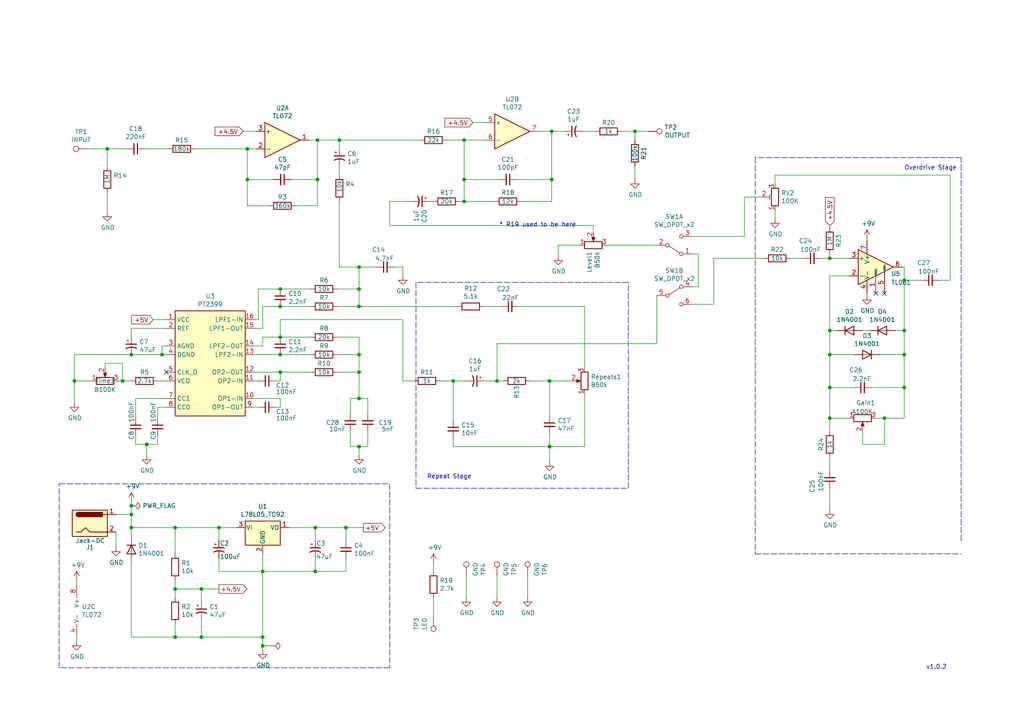
<source format=kicad_sch>
(kicad_sch (version 20211123) (generator eeschema)
  (paper "A4")
  (lib_symbols
    (symbol "Amplifier_Operational:TL061" (pin_names (offset 0.127))
      (property "Reference" "U" (at 0 6.35 0))
      (property "Value" "TL061" (at 0 3.81 0))
      (symbol "TL061_1_1"
        (pin input line (at 0 -7.62 90) (length 5.08) (name "NULL") (number "1"))
        (pin input line (at -7.62 -2.54 0) (length 2.54) (name "-") (number "2"))
        (pin input line (at -7.62 2.54 0) (length 2.54) (name "+") (number "3"))
        (pin power_in line (at -2.54 -7.62 90) (length 3.81) (name "V-") (number "4"))
        (pin input line (at 2.54 -7.62 90) (length 6.35) (name "NULL") (number "5"))
        (pin output line (at 7.62 0 180) (length 2.54) (name "~") (number "6"))
        (pin power_in line (at -2.54 7.62 270) (length 3.81) (name "V+") (number "7"))
        (pin no_connect line (at 0 2.54 270) (length 2.54) hide (name "NC") (number "8"))
      )
    )
    (symbol "Amplifier_Operational:TL072" (pin_names (offset 0.127))
      (property "Reference" "U" (at 0 5.08 0))
      (property "Value" "TL072" (at 0 -5.08 0))
      (symbol "TL072_1_1"
        (pin output line (at 7.62 0 180) (length 2.54) (name "~") (number "1"))
        (pin input line (at -7.62 -2.54 0) (length 2.54) (name "-") (number "2"))
        (pin input line (at -7.62 2.54 0) (length 2.54) (name "+") (number "3"))
      )
      (symbol "TL072_2_1"
        (pin input line (at -7.62 2.54 0) (length 2.54) (name "+") (number "5"))
        (pin input line (at -7.62 -2.54 0) (length 2.54) (name "-") (number "6"))
        (pin output line (at 7.62 0 180) (length 2.54) (name "~") (number "7"))
      )
      (symbol "TL072_3_1"
        (pin power_in line (at -2.54 -7.62 90) (length 3.81) (name "V-") (number "4"))
        (pin power_in line (at -2.54 7.62 270) (length 3.81) (name "V+") (number "8"))
      )
    )
    (symbol "Audio:PT2399"
      (property "Reference" "U" (at 0 17.78 0))
      (property "Value" "PT2399" (at 0 -17.78 0))
      (symbol "PT2399_1_1"
        (pin power_in line (at -12.7 12.7 0) (length 2.54) (name "VCC") (number "1"))
        (pin input line (at 12.7 -10.16 180) (length 2.54) (name "OP1-IN") (number "10"))
        (pin input line (at 12.7 -5.08 180) (length 2.54) (name "OP2-IN") (number "11"))
        (pin output line (at 12.7 -2.54 180) (length 2.54) (name "OP2-OUT") (number "12"))
        (pin input line (at 12.7 2.54 180) (length 2.54) (name "LPF2-IN") (number "13"))
        (pin output line (at 12.7 5.08 180) (length 2.54) (name "LPF2-OUT") (number "14"))
        (pin output line (at 12.7 10.16 180) (length 2.54) (name "LPF1-OUT") (number "15"))
        (pin input line (at 12.7 12.7 180) (length 2.54) (name "LPF1-IN") (number "16"))
        (pin passive line (at -12.7 10.16 0) (length 2.54) (name "REF") (number "2"))
        (pin power_in line (at -12.7 5.08 0) (length 2.54) (name "AGND") (number "3"))
        (pin power_in line (at -12.7 2.54 0) (length 2.54) (name "DGND") (number "4"))
        (pin passive line (at -12.7 -2.54 0) (length 2.54) (name "CLK_O") (number "5"))
        (pin passive line (at -12.7 -5.08 0) (length 2.54) (name "VCO") (number "6"))
        (pin passive line (at -12.7 -10.16 0) (length 2.54) (name "CC1") (number "7"))
        (pin passive line (at -12.7 -12.7 0) (length 2.54) (name "CC0") (number "8"))
        (pin output line (at 12.7 -12.7 180) (length 2.54) (name "OP1-OUT") (number "9"))
      )
    )
    (symbol "Connector:Jack-DC" (pin_names (offset 1.016))
      (property "Reference" "J" (at 0 5.334 0))
      (property "Value" "Jack-DC" (at 0 -5.08 0))
      (symbol "Jack-DC_1_1"
        (pin passive line (at 7.62 2.54 180) (length 2.54) (name "~") (number "1"))
        (pin passive line (at 7.62 -2.54 180) (length 2.54) (name "~") (number "2"))
      )
    )
    (symbol "Connector:TestPoint" (pin_numbers hide) (pin_names (offset 0.762) hide)
      (property "Reference" "TP" (at 0 6.858 0))
      (property "Value" "TestPoint" (at 0 5.08 0))
      (symbol "TestPoint_1_1"
        (pin passive line (at 0 0 90) (length 2.54) (name "1") (number "1"))
      )
    )
    (symbol "Device:C_Small" (pin_numbers hide) (pin_names (offset 0.254) hide)
      (property "Reference" "C" (at 0.254 1.778 0))
      (property "Value" "C_Small" (at 0.254 -2.032 0))
      (symbol "C_Small_1_1"
        (pin passive line (at 0 2.54 270) (length 2.032) (name "~") (number "1"))
        (pin passive line (at 0 -2.54 90) (length 2.032) (name "~") (number "2"))
      )
    )
    (symbol "Device:D" (pin_numbers hide) (pin_names (offset 1.016) hide)
      (property "Reference" "D" (at 0 2.54 0))
      (property "Value" "D" (at 0 -2.54 0))
      (symbol "D_1_1"
        (pin passive line (at -3.81 0 0) (length 2.54) (name "K") (number "1"))
        (pin passive line (at 3.81 0 180) (length 2.54) (name "A") (number "2"))
      )
    )
    (symbol "Device:R" (pin_numbers hide) (pin_names (offset 0))
      (property "Reference" "R" (at 2.032 0 90))
      (property "Value" "R" (at 0 0 90))
      (symbol "R_1_1"
        (pin passive line (at 0 3.81 270) (length 1.27) (name "~") (number "1"))
        (pin passive line (at 0 -3.81 90) (length 1.27) (name "~") (number "2"))
      )
    )
    (symbol "Diode:1N4001" (pin_numbers hide) (pin_names hide)
      (property "Reference" "D" (at 0 2.54 0))
      (property "Value" "1N4001" (at 0 -2.54 0))
      (symbol "1N4001_1_1"
        (pin passive line (at -3.81 0 0) (length 2.54) (name "K") (number "1"))
        (pin passive line (at 3.81 0 180) (length 2.54) (name "A") (number "2"))
      )
    )
    (symbol "Dirty-Delay-rescue:CP1_Small-Device" (pin_numbers hide) (pin_names (offset 0.254) hide)
      (property "Reference" "C" (at 0.254 1.778 0))
      (property "Value" "CP1_Small-Device" (at 0.254 -2.032 0))
      (symbol "CP1_Small-Device_1_1"
        (pin passive line (at 0 2.54 270) (length 2.032) (name "~") (number "1"))
        (pin passive line (at 0 -2.54 90) (length 2.032) (name "~") (number "2"))
      )
    )
    (symbol "Dirty-Delay-rescue:CP1_Small-Double-Delay-rescue" (pin_numbers hide) (pin_names (offset 0.254) hide)
      (property "Reference" "C" (at 0.254 1.778 0))
      (property "Value" "Dirty-Delay-rescue_CP1_Small-Double-Delay-rescue" (at 0.254 -2.032 0))
      (symbol "CP1_Small-Double-Delay-rescue_1_1"
        (pin passive line (at 0 2.54 270) (length 2.032) (name "~") (number "1"))
        (pin passive line (at 0 -2.54 90) (length 2.032) (name "~") (number "2"))
      )
    )
    (symbol "Dirty-Delay-rescue:R_POT-Device" (pin_names (offset 1.016) hide)
      (property "Reference" "RV" (at -4.445 0 90))
      (property "Value" "R_POT-Device" (at -2.54 0 90))
      (symbol "R_POT-Device_1_1"
        (pin passive line (at 0 3.81 270) (length 1.27) (name "1") (number "1"))
        (pin passive line (at 3.81 0 180) (length 1.27) (name "2") (number "2"))
        (pin passive line (at 0 -3.81 90) (length 1.27) (name "3") (number "3"))
      )
    )
    (symbol "Dirty-Delay-rescue:R_POT_TRIM-Device" (pin_names (offset 1.016) hide)
      (property "Reference" "RV" (at -4.445 0 90))
      (property "Value" "R_POT_TRIM-Device" (at -2.54 0 90))
      (symbol "R_POT_TRIM-Device_1_1"
        (pin passive line (at 0 3.81 270) (length 1.27) (name "1") (number "1"))
        (pin passive line (at 3.81 0 180) (length 1.27) (name "2") (number "2"))
        (pin passive line (at 0 -3.81 90) (length 1.27) (name "3") (number "3"))
      )
    )
    (symbol "Regulator_Linear:L78L05_TO92" (pin_names (offset 0.254))
      (property "Reference" "U" (at -3.81 3.175 0))
      (property "Value" "L78L05_TO92" (at 0 3.175 0))
      (symbol "L78L05_TO92_1_1"
        (pin power_out line (at 7.62 0 180) (length 2.54) (name "VO") (number "1"))
        (pin power_in line (at 0 -7.62 90) (length 2.54) (name "GND") (number "2"))
        (pin power_in line (at -7.62 0 0) (length 2.54) (name "VI") (number "3"))
      )
    )
    (symbol "Switch:SW_DPDT_x2" (pin_names (offset 0) hide)
      (property "Reference" "SW" (at 0 4.318 0))
      (property "Value" "SW_DPDT_x2" (at 0 -5.08 0))
      (symbol "SW_DPDT_x2_1_1"
        (pin passive line (at 5.08 2.54 180) (length 2.54) (name "A") (number "1"))
        (pin passive line (at -5.08 0 0) (length 2.54) (name "B") (number "2"))
        (pin passive line (at 5.08 -2.54 180) (length 2.54) (name "C") (number "3"))
      )
      (symbol "SW_DPDT_x2_2_1"
        (pin passive line (at 5.08 2.54 180) (length 2.54) (name "A") (number "4"))
        (pin passive line (at -5.08 0 0) (length 2.54) (name "B") (number "5"))
        (pin passive line (at 5.08 -2.54 180) (length 2.54) (name "C") (number "6"))
      )
    )
    (symbol "power:+9V" (power) (pin_names (offset 0))
      (property "Value" "+9V" (at 0 3.556 0))
      (symbol "+9V_1_1"
        (pin power_in line (at 0 0 90) (length 0) hide (name "+9V") (number "1"))
      )
    )
    (symbol "power:GND" (power) (pin_names (offset 0))
      (property "Value" "GND" (at 0 -3.81 0))
      (symbol "GND_1_1"
        (pin power_in line (at 0 0 270) (length 0) hide (name "GND") (number "1"))
      )
    )
    (symbol "power:PWR_FLAG" (power) (pin_numbers hide) (pin_names (offset 0) hide)
      (property "Value" "PWR_FLAG" (at 0 3.81 0))
      (symbol "PWR_FLAG_0_0"
        (pin power_out line (at 0 0 90) (length 0) (name "pwr") (number "1"))
      )
    )
  )
  (junction (at 98.425 40.64))
  (junction (at 81.28 97.79))
  (junction (at 38.1 102.87))
  (junction (at 31.115 43.18))
  (junction (at 159.385 129.54))
  (junction (at 71.755 43.18))
  (junction (at 76.2 165.735))
  (junction (at 81.28 102.87))
  (junction (at 63.5 153.035))
  (junction (at 46.99 102.87))
  (junction (at 100.33 153.035))
  (junction (at 262.255 81.28))
  (junction (at 240.665 95.885))
  (junction (at 104.14 88.9))
  (junction (at 81.28 83.82))
  (junction (at 240.665 74.93))
  (junction (at 160.02 52.07))
  (junction (at 262.255 112.395))
  (junction (at 262.255 102.87))
  (junction (at 104.14 115.57))
  (junction (at 38.1 149.225))
  (junction (at 58.42 184.785))
  (junction (at 240.665 112.395))
  (junction (at 81.28 107.95))
  (junction (at 42.545 128.905))
  (junction (at 58.42 170.815))
  (junction (at 91.44 153.035))
  (junction (at 50.8 153.035))
  (junction (at 21.59 110.49))
  (junction (at 240.665 121.285))
  (junction (at 35.56 110.49))
  (junction (at 71.755 52.07))
  (junction (at 104.14 129.54))
  (junction (at 144.145 110.49))
  (junction (at 262.255 95.885))
  (junction (at 104.14 107.95))
  (junction (at 50.8 184.785))
  (junction (at 92.075 40.64))
  (junction (at 159.385 110.49))
  (junction (at 184.15 38.1))
  (junction (at 256.54 121.285))
  (junction (at 160.02 38.1))
  (junction (at 50.8 170.815))
  (junction (at 38.1 146.685))
  (junction (at 76.2 184.785))
  (junction (at 240.665 102.87))
  (junction (at 92.075 52.07))
  (junction (at 81.28 88.9))
  (junction (at 91.44 165.735))
  (junction (at 38.1 153.035))
  (junction (at 104.14 77.47))
  (junction (at 104.14 83.82))
  (junction (at 131.445 110.49))
  (junction (at 134.62 52.07))
  (junction (at 76.2 187.325))
  (junction (at 134.62 40.64))
  (junction (at 134.62 58.42))
  (junction (at 104.14 102.87))
  (no_connect (at 48.26 107.95))
  (no_connect (at 256.54 85.09))
  (no_connect (at 254 85.09))
  (wire (pts (xy 101.6 129.54) (xy 104.14 129.54)))
  (wire (pts (xy 81.28 102.87) (xy 90.17 102.87)))
  (wire (pts (xy 92.075 52.07) (xy 92.075 59.69)))
  (wire (pts (xy 125.73 173.355) (xy 125.73 179.07)))
  (wire (pts (xy 31.115 55.88) (xy 31.115 61.595)))
  (wire (pts (xy 41.91 43.18) (xy 48.895 43.18)))
  (wire (pts (xy 149.86 52.07) (xy 160.02 52.07)))
  (wire (pts (xy 169.545 88.9) (xy 169.545 106.68)))
  (wire (pts (xy 48.26 95.25) (xy 38.1 95.25)))
  (wire (pts (xy 48.26 110.49) (xy 45.72 110.49)))
  (wire (pts (xy 113.03 58.42) (xy 119.38 58.42)))
  (wire (pts (xy 262.255 77.47) (xy 262.255 81.28)))
  (wire (pts (xy 252.73 112.395) (xy 262.255 112.395)))
  (wire (pts (xy 22.225 184.785) (xy 22.225 186.055)))
  (wire (pts (xy 101.6 115.57) (xy 101.6 120.015)))
  (wire (pts (xy 224.79 50.8) (xy 224.79 53.34)))
  (wire (pts (xy 106.68 115.57) (xy 106.68 120.015)))
  (wire (pts (xy 246.38 80.01) (xy 240.665 80.01)))
  (wire (pts (xy 97.79 83.82) (xy 104.14 83.82)))
  (wire (pts (xy 220.98 57.15) (xy 215.9 57.15)))
  (wire (pts (xy 184.15 38.1) (xy 187.96 38.1)))
  (wire (pts (xy 207.01 74.93) (xy 221.615 74.93)))
  (wire (pts (xy 113.03 65.405) (xy 113.03 58.42)))
  (wire (pts (xy 100.33 153.035) (xy 100.33 156.845)))
  (wire (pts (xy 74.93 83.82) (xy 74.93 92.71)))
  (wire (pts (xy 97.79 97.79) (xy 104.14 97.79)))
  (wire (pts (xy 160.02 38.1) (xy 163.83 38.1)))
  (wire (pts (xy 89.535 40.64) (xy 92.075 40.64)))
  (wire (pts (xy 240.665 132.715) (xy 240.665 136.525)))
  (wire (pts (xy 101.6 125.095) (xy 101.6 129.54)))
  (wire (pts (xy 160.02 38.1) (xy 160.02 52.07)))
  (wire (pts (xy 38.1 145.415) (xy 38.1 146.685)))
  (wire (pts (xy 104.14 88.9) (xy 97.79 88.9)))
  (wire (pts (xy 124.46 58.42) (xy 125.73 58.42)))
  (wire (pts (xy 98.425 40.64) (xy 121.92 40.64)))
  (wire (pts (xy 140.335 110.49) (xy 144.145 110.49)))
  (wire (pts (xy 104.14 129.54) (xy 104.14 132.08)))
  (wire (pts (xy 97.79 102.87) (xy 104.14 102.87)))
  (wire (pts (xy 169.545 114.3) (xy 169.545 129.54)))
  (wire (pts (xy 159.385 110.49) (xy 159.385 120.65)))
  (wire (pts (xy 50.8 170.815) (xy 50.8 173.355)))
  (wire (pts (xy 78.74 187.325) (xy 76.2 187.325)))
  (wire (pts (xy 200.66 88.265) (xy 207.01 88.265)))
  (wire (pts (xy 238.125 74.93) (xy 240.665 74.93)))
  (wire (pts (xy 68.58 153.035) (xy 63.5 153.035)))
  (wire (pts (xy 106.68 125.095) (xy 106.68 129.54)))
  (wire (pts (xy 39.37 115.57) (xy 39.37 121.285)))
  (wire (pts (xy 22.225 168.275) (xy 22.225 169.545)))
  (wire (pts (xy 76.2 160.655) (xy 76.2 165.735)))
  (polyline (pts (xy 278.765 156.845) (xy 278.765 45.72)))
  (wire (pts (xy 104.14 97.79) (xy 104.14 102.87)))
  (wire (pts (xy 184.15 40.64) (xy 184.15 38.1)))
  (wire (pts (xy 80.01 118.11) (xy 81.28 118.11)))
  (wire (pts (xy 91.44 156.845) (xy 91.44 153.035)))
  (polyline (pts (xy 182.245 81.915) (xy 120.65 81.915)))
  (wire (pts (xy 74.93 92.71) (xy 73.66 92.71)))
  (wire (pts (xy 48.26 115.57) (xy 39.37 115.57)))
  (wire (pts (xy 242.57 95.885) (xy 240.665 95.885)))
  (wire (pts (xy 172.085 65.405) (xy 172.085 67.31)))
  (wire (pts (xy 38.1 102.87) (xy 21.59 102.87)))
  (wire (pts (xy 116.84 77.47) (xy 116.84 80.01)))
  (wire (pts (xy 73.66 115.57) (xy 81.28 115.57)))
  (wire (pts (xy 71.755 43.18) (xy 71.755 52.07)))
  (wire (pts (xy 144.145 110.49) (xy 146.05 110.49)))
  (wire (pts (xy 144.145 99.695) (xy 144.145 110.49)))
  (wire (pts (xy 92.075 40.64) (xy 92.075 52.07)))
  (wire (pts (xy 240.665 141.605) (xy 240.665 147.955)))
  (wire (pts (xy 76.2 97.79) (xy 81.28 97.79)))
  (wire (pts (xy 207.01 88.265) (xy 207.01 74.93)))
  (polyline (pts (xy 278.765 45.72) (xy 219.075 45.72)))
  (wire (pts (xy 160.02 52.07) (xy 160.02 58.42)))
  (wire (pts (xy 240.665 102.87) (xy 240.665 112.395)))
  (wire (pts (xy 247.65 102.87) (xy 240.665 102.87)))
  (wire (pts (xy 229.235 74.93) (xy 233.045 74.93)))
  (wire (pts (xy 42.545 132.08) (xy 42.545 128.905)))
  (wire (pts (xy 256.54 128.905) (xy 250.19 128.905)))
  (wire (pts (xy 76.2 100.33) (xy 73.66 100.33)))
  (wire (pts (xy 21.59 110.49) (xy 21.59 116.84)))
  (wire (pts (xy 246.38 121.285) (xy 240.665 121.285)))
  (wire (pts (xy 262.255 95.885) (xy 262.255 102.87)))
  (wire (pts (xy 63.5 165.735) (xy 76.2 165.735)))
  (wire (pts (xy 100.33 165.735) (xy 100.33 161.925)))
  (wire (pts (xy 80.01 110.49) (xy 81.28 110.49)))
  (wire (pts (xy 48.26 118.11) (xy 45.72 118.11)))
  (wire (pts (xy 127.635 110.49) (xy 131.445 110.49)))
  (wire (pts (xy 58.42 184.785) (xy 76.2 184.785)))
  (wire (pts (xy 169.545 88.9) (xy 150.495 88.9)))
  (wire (pts (xy 90.17 88.9) (xy 81.28 88.9)))
  (wire (pts (xy 92.075 40.64) (xy 98.425 40.64)))
  (wire (pts (xy 161.925 71.12) (xy 161.925 74.295)))
  (wire (pts (xy 71.755 52.07) (xy 71.755 59.69)))
  (polyline (pts (xy 17.145 193.675) (xy 17.145 140.335)))
  (wire (pts (xy 76.2 165.735) (xy 91.44 165.735)))
  (polyline (pts (xy 120.65 141.605) (xy 182.245 141.605)))
  (wire (pts (xy 81.28 107.95) (xy 90.17 107.95)))
  (wire (pts (xy 98.425 58.42) (xy 98.425 77.47)))
  (wire (pts (xy 125.73 163.195) (xy 125.73 165.735)))
  (wire (pts (xy 262.255 95.885) (xy 259.715 95.885)))
  (wire (pts (xy 76.2 187.325) (xy 76.2 188.595)))
  (wire (pts (xy 252.095 95.885) (xy 250.19 95.885)))
  (wire (pts (xy 272.415 81.28) (xy 275.59 81.28)))
  (wire (pts (xy 58.42 179.705) (xy 58.42 184.785)))
  (wire (pts (xy 200.66 68.58) (xy 215.9 68.58)))
  (wire (pts (xy 71.755 43.18) (xy 74.295 43.18)))
  (wire (pts (xy 180.34 38.1) (xy 184.15 38.1)))
  (wire (pts (xy 42.545 128.905) (xy 39.37 128.905)))
  (wire (pts (xy 251.46 85.09) (xy 251.46 85.725)))
  (wire (pts (xy 81.28 97.79) (xy 81.28 92.71)))
  (polyline (pts (xy 17.145 140.335) (xy 113.03 140.335)))
  (wire (pts (xy 113.03 65.405) (xy 172.085 65.405)))
  (wire (pts (xy 104.14 102.87) (xy 104.14 107.95)))
  (wire (pts (xy 104.14 77.47) (xy 109.22 77.47)))
  (wire (pts (xy 190.5 99.695) (xy 190.5 85.725)))
  (wire (pts (xy 106.68 129.54) (xy 104.14 129.54)))
  (wire (pts (xy 25.4 43.18) (xy 31.115 43.18)))
  (polyline (pts (xy 113.03 140.335) (xy 113.03 193.675)))
  (wire (pts (xy 70.485 38.1) (xy 74.295 38.1)))
  (wire (pts (xy 159.385 110.49) (xy 153.67 110.49)))
  (wire (pts (xy 153.035 167.005) (xy 153.035 173.355)))
  (wire (pts (xy 76.2 165.735) (xy 76.2 184.785)))
  (wire (pts (xy 35.56 105.41) (xy 30.48 105.41)))
  (wire (pts (xy 114.3 77.47) (xy 116.84 77.47)))
  (wire (pts (xy 73.66 107.95) (xy 81.28 107.95)))
  (wire (pts (xy 240.665 73.66) (xy 240.665 74.93)))
  (wire (pts (xy 104.14 107.95) (xy 104.14 115.57)))
  (wire (pts (xy 46.99 100.33) (xy 46.99 102.87)))
  (wire (pts (xy 144.78 52.07) (xy 134.62 52.07)))
  (wire (pts (xy 38.1 163.195) (xy 38.1 184.785)))
  (wire (pts (xy 76.2 97.79) (xy 76.2 100.33)))
  (wire (pts (xy 131.445 129.54) (xy 159.385 129.54)))
  (wire (pts (xy 240.665 112.395) (xy 240.665 121.285)))
  (wire (pts (xy 247.65 112.395) (xy 240.665 112.395)))
  (wire (pts (xy 134.62 40.64) (xy 140.97 40.64)))
  (wire (pts (xy 169.545 129.54) (xy 159.385 129.54)))
  (wire (pts (xy 33.655 154.305) (xy 33.655 158.75)))
  (wire (pts (xy 202.565 73.66) (xy 202.565 83.185)))
  (wire (pts (xy 168.91 38.1) (xy 172.72 38.1)))
  (wire (pts (xy 38.1 149.225) (xy 38.1 153.035)))
  (wire (pts (xy 30.48 105.41) (xy 30.48 106.68)))
  (wire (pts (xy 262.255 112.395) (xy 262.255 121.285)))
  (wire (pts (xy 137.16 35.56) (xy 140.97 35.56)))
  (wire (pts (xy 184.15 48.26) (xy 184.15 52.07)))
  (wire (pts (xy 97.79 107.95) (xy 104.14 107.95)))
  (wire (pts (xy 50.8 153.035) (xy 38.1 153.035)))
  (wire (pts (xy 58.42 174.625) (xy 58.42 170.815)))
  (wire (pts (xy 131.445 110.49) (xy 131.445 121.92)))
  (wire (pts (xy 91.44 153.035) (xy 100.33 153.035)))
  (wire (pts (xy 100.33 153.035) (xy 105.41 153.035)))
  (wire (pts (xy 160.02 58.42) (xy 151.13 58.42)))
  (wire (pts (xy 159.385 129.54) (xy 159.385 133.985)))
  (polyline (pts (xy 182.245 141.605) (xy 182.245 81.915)))
  (wire (pts (xy 135.255 167.005) (xy 135.255 173.355)))
  (wire (pts (xy 144.145 99.695) (xy 190.5 99.695)))
  (wire (pts (xy 33.655 149.225) (xy 38.1 149.225)))
  (wire (pts (xy 98.425 77.47) (xy 104.14 77.47)))
  (wire (pts (xy 81.28 88.9) (xy 76.2 88.9)))
  (wire (pts (xy 81.28 83.82) (xy 90.17 83.82)))
  (wire (pts (xy 58.42 170.815) (xy 50.8 170.815)))
  (wire (pts (xy 50.8 184.785) (xy 58.42 184.785)))
  (wire (pts (xy 38.1 110.49) (xy 35.56 110.49)))
  (wire (pts (xy 104.14 115.57) (xy 106.68 115.57)))
  (wire (pts (xy 256.54 121.285) (xy 256.54 128.905)))
  (wire (pts (xy 38.1 146.685) (xy 38.1 149.225)))
  (wire (pts (xy 134.62 52.07) (xy 134.62 58.42)))
  (wire (pts (xy 76.2 88.9) (xy 76.2 95.25)))
  (wire (pts (xy 39.37 128.905) (xy 39.37 126.365)))
  (wire (pts (xy 131.445 127) (xy 131.445 129.54)))
  (wire (pts (xy 240.665 65.405) (xy 240.665 66.04)))
  (wire (pts (xy 104.14 77.47) (xy 104.14 83.82)))
  (polyline (pts (xy 219.075 160.655) (xy 278.765 160.655)))
  (wire (pts (xy 44.45 92.71) (xy 48.26 92.71)))
  (wire (pts (xy 132.715 88.9) (xy 104.14 88.9)))
  (wire (pts (xy 144.145 167.005) (xy 144.145 173.355)))
  (wire (pts (xy 256.54 121.285) (xy 254 121.285)))
  (wire (pts (xy 45.72 126.365) (xy 45.72 128.905)))
  (wire (pts (xy 255.27 102.87) (xy 262.255 102.87)))
  (wire (pts (xy 50.8 160.655) (xy 50.8 153.035)))
  (wire (pts (xy 71.755 52.07) (xy 79.375 52.07)))
  (wire (pts (xy 63.5 153.035) (xy 63.5 156.845)))
  (wire (pts (xy 31.115 43.18) (xy 36.83 43.18)))
  (wire (pts (xy 76.2 184.785) (xy 76.2 187.325)))
  (wire (pts (xy 73.66 118.11) (xy 74.93 118.11)))
  (wire (pts (xy 116.84 92.71) (xy 116.84 110.49)))
  (wire (pts (xy 81.28 110.49) (xy 81.28 107.95)))
  (wire (pts (xy 71.755 59.69) (xy 78.105 59.69)))
  (wire (pts (xy 161.925 71.12) (xy 168.275 71.12)))
  (wire (pts (xy 133.35 58.42) (xy 134.62 58.42)))
  (wire (pts (xy 240.665 74.93) (xy 246.38 74.93)))
  (wire (pts (xy 91.44 165.735) (xy 100.33 165.735)))
  (wire (pts (xy 104.14 115.57) (xy 101.6 115.57)))
  (wire (pts (xy 116.84 110.49) (xy 120.015 110.49)))
  (wire (pts (xy 48.26 102.87) (xy 46.99 102.87)))
  (wire (pts (xy 38.1 153.035) (xy 38.1 155.575)))
  (wire (pts (xy 262.255 81.28) (xy 262.255 95.885)))
  (wire (pts (xy 46.99 102.87) (xy 38.1 102.87)))
  (wire (pts (xy 240.665 80.01) (xy 240.665 95.885)))
  (wire (pts (xy 73.66 102.87) (xy 81.28 102.87)))
  (wire (pts (xy 81.28 97.79) (xy 90.17 97.79)))
  (wire (pts (xy 104.14 83.82) (xy 104.14 88.9)))
  (polyline (pts (xy 219.075 45.72) (xy 219.075 160.655)))
  (wire (pts (xy 165.735 110.49) (xy 159.385 110.49)))
  (wire (pts (xy 81.28 118.11) (xy 81.28 115.57)))
  (wire (pts (xy 224.79 60.96) (xy 224.79 63.5)))
  (wire (pts (xy 48.26 100.33) (xy 46.99 100.33)))
  (wire (pts (xy 50.8 180.975) (xy 50.8 184.785)))
  (wire (pts (xy 91.44 161.925) (xy 91.44 165.735)))
  (wire (pts (xy 81.28 83.82) (xy 74.93 83.82)))
  (wire (pts (xy 98.425 40.64) (xy 98.425 43.18)))
  (wire (pts (xy 250.19 128.905) (xy 250.19 125.095)))
  (wire (pts (xy 98.425 48.26) (xy 98.425 50.8)))
  (wire (pts (xy 143.51 58.42) (xy 134.62 58.42)))
  (wire (pts (xy 45.72 118.11) (xy 45.72 121.285)))
  (wire (pts (xy 262.255 81.28) (xy 267.335 81.28)))
  (wire (pts (xy 31.115 43.18) (xy 31.115 48.26)))
  (wire (pts (xy 63.5 153.035) (xy 50.8 153.035)))
  (wire (pts (xy 240.665 95.885) (xy 240.665 102.87)))
  (wire (pts (xy 134.62 40.64) (xy 134.62 52.07)))
  (wire (pts (xy 73.66 110.49) (xy 74.93 110.49)))
  (wire (pts (xy 262.255 102.87) (xy 262.255 112.395)))
  (wire (pts (xy 159.385 125.73) (xy 159.385 129.54)))
  (wire (pts (xy 200.66 73.66) (xy 202.565 73.66)))
  (wire (pts (xy 63.5 161.925) (xy 63.5 165.735)))
  (polyline (pts (xy 113.03 193.675) (xy 17.145 193.675)))
  (wire (pts (xy 275.59 50.8) (xy 224.79 50.8)))
  (wire (pts (xy 240.665 121.285) (xy 240.665 125.095)))
  (wire (pts (xy 92.075 52.07) (xy 84.455 52.07)))
  (wire (pts (xy 261.62 77.47) (xy 262.255 77.47)))
  (wire (pts (xy 92.075 59.69) (xy 85.725 59.69)))
  (wire (pts (xy 50.8 168.275) (xy 50.8 170.815)))
  (wire (pts (xy 275.59 81.28) (xy 275.59 50.8)))
  (wire (pts (xy 35.56 110.49) (xy 35.56 105.41)))
  (wire (pts (xy 76.2 95.25) (xy 73.66 95.25)))
  (wire (pts (xy 129.54 40.64) (xy 134.62 40.64)))
  (wire (pts (xy 26.67 110.49) (xy 21.59 110.49)))
  (wire (pts (xy 56.515 43.18) (xy 71.755 43.18)))
  (wire (pts (xy 156.21 38.1) (xy 160.02 38.1)))
  (wire (pts (xy 45.72 128.905) (xy 42.545 128.905)))
  (wire (pts (xy 58.42 170.815) (xy 63.5 170.815)))
  (wire (pts (xy 21.59 102.87) (xy 21.59 110.49)))
  (wire (pts (xy 83.82 153.035) (xy 91.44 153.035)))
  (wire (pts (xy 202.565 83.185) (xy 200.66 83.185)))
  (polyline (pts (xy 120.65 81.915) (xy 120.65 141.605)))
  (wire (pts (xy 81.28 92.71) (xy 116.84 92.71)))
  (wire (pts (xy 38.1 184.785) (xy 50.8 184.785)))
  (wire (pts (xy 262.255 121.285) (xy 256.54 121.285)))
  (wire (pts (xy 251.46 69.85) (xy 251.46 69.215)))
  (wire (pts (xy 145.415 88.9) (xy 140.335 88.9)))
  (wire (pts (xy 175.895 71.12) (xy 190.5 71.12)))
  (wire (pts (xy 38.1 95.25) (xy 38.1 97.79)))
  (wire (pts (xy 215.9 57.15) (xy 215.9 68.58)))
  (wire (pts (xy 35.56 110.49) (xy 34.29 110.49)))
  (wire (pts (xy 131.445 110.49) (xy 135.255 110.49)))
  (text "Overdrive Stage" (at 262.255 49.53 0) (effects (font (size 1.27 1.27)) (justify left bottom)))
  (text "v1.0.2" (at 268.605 194.31 0) (effects (font (size 1.27 1.27)) (justify left bottom)))
  (text "Repeat Stage" (at 123.825 139.065 0) (effects (font (size 1.27 1.27)) (justify left bottom)))
  (text "* R19 used to be here" (at 144.78 66.04 0) (effects (font (size 1.27 1.27)) (justify left bottom)))
  (global_label "+5V" (shape input) (at 44.45 92.71 180) (property "Intersheet References" "${INTERSHEET_REFS}" (effects hide)))
  (global_label "+4.5V" (shape input) (at 137.16 35.56 180) (property "Intersheet References" "${INTERSHEET_REFS}" (effects hide)))
  (global_label "+4.5V" (shape output) (at 63.5 170.815 0) (property "Intersheet References" "${INTERSHEET_REFS}" (effects hide)))
  (global_label "+4.5V" (shape input) (at 70.485 38.1 180) (property "Intersheet References" "${INTERSHEET_REFS}" (effects hide)))
  (global_label "+5V" (shape output) (at 105.41 153.035 0) (property "Intersheet References" "${INTERSHEET_REFS}" (effects hide)))
  (global_label "+4.5V" (shape input) (at 240.665 65.405 90) (property "Intersheet References" "${INTERSHEET_REFS}" (effects hide)))
  (symbol (lib_id "Dirty-Delay-rescue:CP1_Small-Double-Delay-rescue") (at 63.5 159.385 0) (unit 1)
    (property "Reference" "C2" (at 63.754 157.607 0) (effects (justify left)))
    (property "Value" "100uF" (at 63.754 161.417 0) (effects (justify left)))
    (property "Footprint" "Capacitor_THT:CP_Radial_D6.3mm_P2.50mm" (effects hide))
  )
  (symbol (lib_id "Dirty-Delay-rescue:CP1_Small-Double-Delay-rescue") (at 91.44 159.385 0) (unit 1)
    (property "Reference" "C3" (at 91.694 157.607 0) (effects (justify left)))
    (property "Value" "47uF" (at 91.694 161.417 0) (effects (justify left)))
    (property "Footprint" "Capacitor_THT:CP_Radial_D5.0mm_P2.50mm" (effects hide))
  )
  (symbol (lib_id "Device:C_Small") (at 100.33 159.385 0) (unit 1)
    (property "Reference" "C4" (at 102.6668 158.2166 0) (effects (justify left)))
    (property "Value" "100nF" (at 102.6668 160.528 0) (effects (justify left)))
    (property "Footprint" "Capacitor_THT:C_Disc_D5.0mm_W2.5mm_P2.50mm" (effects hide))
  )
  (symbol (lib_id "Device:R") (at 50.8 164.465 0) (unit 1)
    (property "Reference" "R1" (at 52.578 163.2966 0) (effects (justify left)))
    (property "Value" "10k" (at 52.578 165.608 0) (effects (justify left)))
    (property "Footprint" "Resistor_THT:R_Axial_DIN0207_L6.3mm_D2.5mm_P7.62mm_Horizontal" (effects hide))
  )
  (symbol (lib_id "power:+9V") (at 38.1 145.415 0) (unit 1)
    (property "Reference" "#PWR01" (effects hide))
    (property "Value" "+9V" (at 38.481 141.0208 0))
  )
  (symbol (lib_id "Device:R") (at 50.8 177.165 0) (unit 1)
    (property "Reference" "R2" (at 52.578 175.9966 0) (effects (justify left)))
    (property "Value" "10k" (at 52.578 178.308 0) (effects (justify left)))
    (property "Footprint" "Resistor_THT:R_Axial_DIN0207_L6.3mm_D2.5mm_P7.62mm_Horizontal" (effects hide))
  )
  (symbol (lib_id "Dirty-Delay-rescue:CP1_Small-Device") (at 58.42 177.165 0) (unit 1)
    (property "Reference" "C1" (at 60.7314 175.9966 0) (effects (justify left)))
    (property "Value" "47uF" (at 60.7314 178.308 0) (effects (justify left)))
    (property "Footprint" "Capacitor_THT:CP_Radial_D5.0mm_P2.50mm" (effects hide))
  )
  (symbol (lib_id "Device:D") (at 38.1 159.385 270) (unit 1)
    (property "Reference" "D1" (at 40.1066 158.2166 90) (effects (justify left)))
    (property "Value" "1N4001" (at 40.1066 160.528 90) (effects (justify left)))
    (property "Footprint" "Diode_THT:D_DO-41_SOD81_P10.16mm_Horizontal" (effects hide))
  )
  (symbol (lib_id "power:PWR_FLAG") (at 78.74 187.325 270) (unit 1)
    (property "Reference" "#FLG02" (effects hide))
    (property "Value" "PWR_FLAG" (effects hide))
  )
  (symbol (lib_id "Audio:PT2399") (at 60.96 105.41 0) (unit 1)
    (property "Reference" "U3" (at 60.96 85.9282 0))
    (property "Value" "PT2399" (at 60.96 88.2396 0))
    (property "Footprint" "Package_DIP:DIP-16_W7.62mm_Socket_LongPads" (effects hide))
    (property "Datasheet" "http://sound.westhost.com/pt2399.pdf" (effects hide))
  )
  (symbol (lib_id "Amplifier_Operational:TL072") (at 81.915 40.64 0) (unit 1)
    (property "Reference" "U2" (at 81.915 31.3182 0))
    (property "Value" "TL072" (at 81.915 33.6296 0))
    (property "Footprint" "Package_DIP:DIP-8_W7.62mm_Socket_LongPads" (effects hide))
    (property "Datasheet" "http://www.ti.com/lit/ds/symlink/tl071.pdf" (effects hide))
  )
  (symbol (lib_id "Connector:TestPoint") (at 25.4 43.18 90) (unit 1)
    (property "Reference" "TP1" (at 23.5204 38.227 90))
    (property "Value" "INPUT" (at 23.5204 40.5384 90))
    (property "Footprint" "Connector_Wire:SolderWire-0.5sqmm_1x01_D0.9mm_OD2.3mm" (effects hide))
  )
  (symbol (lib_id "Device:C_Small") (at 81.915 52.07 270) (unit 1)
    (property "Reference" "C5" (at 81.915 46.2534 90))
    (property "Value" "47pF" (at 81.915 48.5648 90))
    (property "Footprint" "Capacitor_THT:C_Disc_D5.0mm_W2.5mm_P2.50mm" (effects hide))
  )
  (symbol (lib_id "Device:R") (at 81.915 59.69 270) (unit 1)
    (property "Reference" "R3" (at 81.915 57.15 90))
    (property "Value" "360k" (at 81.915 59.69 90))
    (property "Footprint" "Resistor_THT:R_Axial_DIN0207_L6.3mm_D2.5mm_P7.62mm_Horizontal" (effects hide))
  )
  (symbol (lib_id "Dirty-Delay-rescue:CP1_Small-Device") (at 98.425 45.72 0) (unit 1)
    (property "Reference" "C6" (at 100.7364 44.5516 0) (effects (justify left)))
    (property "Value" "1uF" (at 100.7364 46.863 0) (effects (justify left)))
    (property "Footprint" "Capacitor_THT:CP_Radial_D4.0mm_P1.50mm" (effects hide))
  )
  (symbol (lib_id "Device:R") (at 98.425 54.61 0) (unit 1)
    (property "Reference" "R4" (at 100.203 53.4416 0) (effects (justify left)))
    (property "Value" "10k" (at 98.425 55.88 90) (effects (justify left)))
    (property "Footprint" "Resistor_THT:R_Axial_DIN0207_L6.3mm_D2.5mm_P7.62mm_Horizontal" (effects hide))
  )
  (symbol (lib_id "Dirty-Delay-rescue:CP1_Small-Device") (at 38.1 100.33 0) (unit 1)
    (property "Reference" "C7" (at 40.4114 99.1616 0) (effects (justify left)))
    (property "Value" "47uF" (at 40.4114 101.473 0) (effects (justify left)))
    (property "Footprint" "Capacitor_THT:CP_Radial_D5.0mm_P2.50mm" (effects hide))
  )
  (symbol (lib_id "power:GND") (at 21.59 116.84 0) (unit 1)
    (property "Reference" "#PWR03" (effects hide))
    (property "Value" "GND" (at 21.717 121.2342 0))
  )
  (symbol (lib_id "Device:R") (at 41.91 110.49 270) (unit 1)
    (property "Reference" "R5" (at 41.91 107.95 90))
    (property "Value" "2.7k" (at 41.91 110.49 90))
    (property "Footprint" "Resistor_THT:R_Axial_DIN0207_L6.3mm_D2.5mm_P7.62mm_Horizontal" (effects hide))
  )
  (symbol (lib_id "Dirty-Delay-rescue:R_POT-Device") (at 30.48 110.49 90) (unit 1)
    (property "Reference" "Time1" (at 30.48 110.49 90))
    (property "Value" "B100K" (at 30.48 113.03 90))
    (property "Footprint" "Connector_Wire:SolderWire-0.5sqmm_1x03_P4.8mm_D0.9mm_OD2.3mm" (effects hide))
  )
  (symbol (lib_id "Device:C_Small") (at 45.72 123.825 0) (unit 1)
    (property "Reference" "C9" (at 44.45 127.635 90) (effects (justify left)))
    (property "Value" "100nF" (at 44.45 122.555 90) (effects (justify left)))
    (property "Footprint" "Capacitor_THT:C_Disc_D5.0mm_W2.5mm_P2.50mm" (effects hide))
  )
  (symbol (lib_id "Device:C_Small") (at 39.37 123.825 0) (unit 1)
    (property "Reference" "C8" (at 38.1 127.635 90) (effects (justify left)))
    (property "Value" "100nF" (at 38.1 122.555 90) (effects (justify left)))
    (property "Footprint" "Capacitor_THT:C_Disc_D5.0mm_W2.5mm_P2.50mm" (effects hide))
  )
  (symbol (lib_id "power:GND") (at 33.655 158.75 0) (unit 1)
    (property "Reference" "#PWR04" (effects hide))
    (property "Value" "GND" (at 33.782 163.1442 0))
  )
  (symbol (lib_id "Device:C_Small") (at 81.28 86.36 0) (unit 1)
    (property "Reference" "C10" (at 83.6168 85.1916 0) (effects (justify left)))
    (property "Value" "2.2nF" (at 83.6168 87.503 0) (effects (justify left)))
    (property "Footprint" "Capacitor_THT:C_Disc_D5.0mm_W2.5mm_P2.50mm" (effects hide))
  )
  (symbol (lib_id "Device:R") (at 93.98 83.82 270) (unit 1)
    (property "Reference" "R6" (at 93.98 81.28 90))
    (property "Value" "10k" (at 93.98 83.82 90))
    (property "Footprint" "Resistor_THT:R_Axial_DIN0207_L6.3mm_D2.5mm_P7.62mm_Horizontal" (effects hide))
  )
  (symbol (lib_id "Device:R") (at 93.98 88.9 90) (unit 1)
    (property "Reference" "R7" (at 93.98 86.36 90))
    (property "Value" "10k" (at 93.98 88.9 90))
    (property "Footprint" "Resistor_THT:R_Axial_DIN0207_L6.3mm_D2.5mm_P7.62mm_Horizontal" (effects hide))
  )
  (symbol (lib_id "Device:C_Small") (at 111.76 77.47 90) (unit 1)
    (property "Reference" "C14" (at 111.76 72.39 90) (effects (justify left)))
    (property "Value" "4.7nF" (at 114.3 74.93 90) (effects (justify left)))
    (property "Footprint" "Capacitor_THT:C_Rect_L7.0mm_W3.5mm_P5.00mm" (effects hide))
  )
  (symbol (lib_id "power:GND") (at 116.84 80.01 0) (unit 1)
    (property "Reference" "#PWR06" (effects hide))
    (property "Value" "GND" (at 116.967 84.4042 0))
  )
  (symbol (lib_id "Device:R") (at 93.98 97.79 90) (unit 1)
    (property "Reference" "R8" (at 93.98 95.25 90))
    (property "Value" "20k" (at 93.98 97.79 90))
    (property "Footprint" "Resistor_THT:R_Axial_DIN0207_L6.3mm_D2.5mm_P7.62mm_Horizontal" (effects hide))
  )
  (symbol (lib_id "Device:R") (at 93.98 102.87 90) (unit 1)
    (property "Reference" "R9" (at 93.98 100.33 90))
    (property "Value" "10k" (at 93.98 102.87 90))
    (property "Footprint" "Resistor_THT:R_Axial_DIN0207_L6.3mm_D2.5mm_P7.62mm_Horizontal" (effects hide))
  )
  (symbol (lib_id "Device:C_Small") (at 81.28 100.33 0) (unit 1)
    (property "Reference" "C11" (at 83.6168 99.1616 0) (effects (justify left)))
    (property "Value" "2.2nF" (at 83.6168 101.473 0) (effects (justify left)))
    (property "Footprint" "Capacitor_THT:C_Disc_D5.0mm_W2.5mm_P2.50mm" (effects hide))
  )
  (symbol (lib_id "Device:R") (at 93.98 107.95 90) (unit 1)
    (property "Reference" "R10" (at 93.98 105.41 90))
    (property "Value" "10k" (at 93.98 107.95 90))
    (property "Footprint" "Resistor_THT:R_Axial_DIN0207_L6.3mm_D2.5mm_P7.62mm_Horizontal" (effects hide))
  )
  (symbol (lib_id "Device:C_Small") (at 77.47 110.49 270) (unit 1)
    (property "Reference" "C12" (at 80.01 111.76 90) (effects (justify left)))
    (property "Value" "100nF" (at 80.01 113.665 90) (effects (justify left)))
    (property "Footprint" "Capacitor_THT:C_Disc_D5.0mm_W2.5mm_P2.50mm" (effects hide))
  )
  (symbol (lib_id "Device:C_Small") (at 77.47 118.11 270) (unit 1)
    (property "Reference" "C13" (at 80.01 119.38 90) (effects (justify left)))
    (property "Value" "100nF" (at 80.01 121.285 90) (effects (justify left)))
    (property "Footprint" "Capacitor_THT:C_Disc_D5.0mm_W2.5mm_P2.50mm" (effects hide))
  )
  (symbol (lib_id "power:GND") (at 104.14 132.08 0) (unit 1)
    (property "Reference" "#PWR05" (effects hide))
    (property "Value" "GND" (at 104.267 136.4742 0))
  )
  (symbol (lib_id "Device:R") (at 123.825 110.49 270) (unit 1)
    (property "Reference" "R11" (at 123.825 107.95 90))
    (property "Value" "1k" (at 123.825 110.49 90))
    (property "Footprint" "Resistor_THT:R_Axial_DIN0207_L6.3mm_D2.5mm_P7.62mm_Horizontal" (effects hide))
  )
  (symbol (lib_id "Device:C_Small") (at 131.445 124.46 0) (unit 1)
    (property "Reference" "C15" (at 133.7818 123.2916 0) (effects (justify left)))
    (property "Value" "10nF" (at 133.7818 125.603 0) (effects (justify left)))
    (property "Footprint" "Capacitor_THT:C_Disc_D5.0mm_W2.5mm_P2.50mm" (effects hide))
  )
  (symbol (lib_id "Dirty-Delay-rescue:CP1_Small-Device") (at 137.795 110.49 270) (unit 1)
    (property "Reference" "C16" (at 137.795 104.6988 90))
    (property "Value" "1uF" (at 137.795 107.0102 90))
    (property "Footprint" "Capacitor_THT:CP_Radial_D4.0mm_P1.50mm" (effects hide))
  )
  (symbol (lib_id "Amplifier_Operational:TL061") (at 254 77.47 0) (unit 1)
    (property "Reference" "U5" (at 258.445 79.375 0) (effects (justify left)))
    (property "Value" "TL061" (at 258.445 81.915 0) (effects (justify left)))
    (property "Footprint" "Package_DIP:DIP-8_W7.62mm_Socket_LongPads" (effects hide))
    (property "Datasheet" "http://www.ti.com/lit/ds/symlink/tl061.pdf" (effects hide))
  )
  (symbol (lib_id "Device:R") (at 225.425 74.93 270) (unit 1)
    (property "Reference" "R22" (at 225.425 72.39 90))
    (property "Value" "10k" (at 225.425 74.93 90))
    (property "Footprint" "Resistor_THT:R_Axial_DIN0207_L6.3mm_D2.5mm_P7.62mm_Horizontal" (effects hide))
  )
  (symbol (lib_id "Device:C_Small") (at 235.585 74.93 90) (unit 1)
    (property "Reference" "C24" (at 235.585 69.85 90) (effects (justify left)))
    (property "Value" "100nF" (at 238.125 72.39 90) (effects (justify left)))
    (property "Footprint" "Capacitor_THT:C_Disc_D5.0mm_W2.5mm_P2.50mm" (effects hide))
  )
  (symbol (lib_id "Device:R") (at 240.665 69.85 180) (unit 1)
    (property "Reference" "R23" (at 243.205 69.85 90))
    (property "Value" "1M" (at 240.665 69.85 90))
    (property "Footprint" "Resistor_THT:R_Axial_DIN0207_L6.3mm_D2.5mm_P7.62mm_Horizontal" (effects hide))
  )
  (symbol (lib_id "Device:R") (at 149.86 110.49 270) (unit 1)
    (property "Reference" "R13" (at 149.86 111.76 0) (effects (justify left)))
    (property "Value" "2k" (at 148.59 110.49 90) (effects (justify left)))
    (property "Footprint" "Resistor_THT:R_Axial_DIN0207_L6.3mm_D2.5mm_P7.62mm_Horizontal" (effects hide))
  )
  (symbol (lib_id "Device:C_Small") (at 159.385 123.19 0) (unit 1)
    (property "Reference" "C17" (at 161.7218 122.0216 0) (effects (justify left)))
    (property "Value" "47nF" (at 161.7218 124.333 0) (effects (justify left)))
    (property "Footprint" "Capacitor_THT:C_Disc_D5.0mm_W2.5mm_P2.50mm" (effects hide))
  )
  (symbol (lib_id "power:GND") (at 159.385 133.985 0) (unit 1)
    (property "Reference" "#PWR08" (effects hide))
    (property "Value" "GND" (at 159.512 138.3792 0))
  )
  (symbol (lib_id "Dirty-Delay-rescue:CP1_Small-Device") (at 121.92 58.42 270) (unit 1)
    (property "Reference" "C20" (at 123.0884 60.7314 0) (effects (justify left)))
    (property "Value" "1uF" (at 120.777 60.7314 0) (effects (justify left)))
    (property "Footprint" "Capacitor_THT:CP_Radial_D4.0mm_P1.50mm" (effects hide))
  )
  (symbol (lib_id "Device:C_Small") (at 269.875 81.28 90) (unit 1)
    (property "Reference" "C27" (at 269.875 76.2 90) (effects (justify left)))
    (property "Value" "100nF" (at 272.415 78.74 90) (effects (justify left)))
    (property "Footprint" "Capacitor_THT:C_Disc_D5.0mm_W2.5mm_P2.50mm" (effects hide))
  )
  (symbol (lib_id "Device:C_Small") (at 250.19 112.395 90) (unit 1)
    (property "Reference" "C26" (at 250.19 107.315 90) (effects (justify left)))
    (property "Value" "2.2nF" (at 252.73 109.855 90) (effects (justify left)))
    (property "Footprint" "Capacitor_THT:C_Disc_D5.0mm_W2.5mm_P2.50mm" (effects hide))
  )
  (symbol (lib_id "Device:R") (at 240.665 128.905 0) (unit 1)
    (property "Reference" "R24" (at 238.125 128.905 90))
    (property "Value" "1k" (at 240.665 128.905 90))
    (property "Footprint" "Resistor_THT:R_Axial_DIN0207_L6.3mm_D2.5mm_P7.62mm_Horizontal" (effects hide))
  )
  (symbol (lib_id "Dirty-Delay-rescue:R_POT-Device") (at 169.545 110.49 180) (unit 1)
    (property "Reference" "Repeats1" (at 171.323 109.3216 0) (effects (justify right)))
    (property "Value" "B50k" (at 171.323 111.633 0) (effects (justify right)))
    (property "Footprint" "Connector_Wire:SolderWire-0.5sqmm_1x03_P4.8mm_D0.9mm_OD2.3mm" (effects hide))
  )
  (symbol (lib_id "Device:C_Small") (at 240.665 139.065 180) (unit 1)
    (property "Reference" "C25" (at 235.585 139.065 90) (effects (justify left)))
    (property "Value" "100nF" (at 238.125 136.525 90) (effects (justify left)))
    (property "Footprint" "Capacitor_THT:C_Disc_D5.0mm_W2.5mm_P2.50mm" (effects hide))
  )
  (symbol (lib_id "power:GND") (at 240.665 147.955 0) (unit 1)
    (property "Reference" "#PWR011" (effects hide))
    (property "Value" "GND" (at 240.792 152.3492 0))
  )
  (symbol (lib_id "Dirty-Delay-rescue:R_POT-Device") (at 250.19 121.285 90) (mirror x) (unit 1)
    (property "Reference" "Gain1" (at 248.285 116.84 90) (effects (justify right)))
    (property "Value" "A100K" (at 247.015 119.38 90) (effects (justify right)))
    (property "Footprint" "Connector_Wire:SolderWire-0.5sqmm_1x03_P4.8mm_D0.9mm_OD2.3mm" (effects hide))
  )
  (symbol (lib_id "Device:R") (at 136.525 88.9 90) (unit 1)
    (property "Reference" "R12" (at 136.525 83.6422 90))
    (property "Value" "5.1k" (at 136.525 85.9536 90))
    (property "Footprint" "Resistor_THT:R_Axial_DIN0207_L6.3mm_D2.5mm_P7.62mm_Horizontal" (effects hide))
  )
  (symbol (lib_id "Amplifier_Operational:TL072") (at 148.59 38.1 0) (unit 2)
    (property "Reference" "U2" (at 148.59 28.7782 0))
    (property "Value" "TL072" (at 148.59 31.0896 0))
    (property "Footprint" "Package_DIP:DIP-8_W7.62mm_Socket_LongPads" (effects hide))
    (property "Datasheet" "http://www.ti.com/lit/ds/symlink/tl071.pdf" (effects hide))
  )
  (symbol (lib_id "Diode:1N4001") (at 255.905 95.885 0) (unit 1)
    (property "Reference" "D4" (at 255.905 90.3986 0))
    (property "Value" "1N4001" (at 255.905 92.71 0))
    (property "Footprint" "Diode_THT:D_DO-41_SOD81_P10.16mm_Horizontal" (effects hide))
    (property "Datasheet" "http://www.vishay.com/docs/88503/1n4001.pdf" (effects hide))
  )
  (symbol (lib_id "Diode:1N4001") (at 246.38 95.885 0) (unit 1)
    (property "Reference" "D2" (at 246.38 90.3986 0))
    (property "Value" "1N4001" (at 246.38 92.71 0))
    (property "Footprint" "Diode_THT:D_DO-41_SOD81_P10.16mm_Horizontal" (effects hide))
    (property "Datasheet" "http://www.vishay.com/docs/88503/1n4001.pdf" (effects hide))
  )
  (symbol (lib_id "Diode:1N4001") (at 251.46 102.87 180) (unit 1)
    (property "Reference" "D3" (at 251.46 97.3836 0))
    (property "Value" "1N4001" (at 251.46 99.695 0))
    (property "Footprint" "Diode_THT:D_DO-41_SOD81_P10.16mm_Horizontal" (effects hide))
    (property "Datasheet" "http://www.vishay.com/docs/88503/1n4001.pdf" (effects hide))
  )
  (symbol (lib_id "Dirty-Delay-rescue:R_POT-Device") (at 172.085 71.12 90) (unit 1)
    (property "Reference" "Level1" (at 170.9166 72.898 0) (effects (justify right)))
    (property "Value" "B50k" (at 173.228 72.898 0) (effects (justify right)))
    (property "Footprint" "Connector_Wire:SolderWire-0.5sqmm_1x03_P4.8mm_D0.9mm_OD2.3mm" (effects hide))
  )
  (symbol (lib_id "Device:C_Small") (at 106.68 122.555 180) (unit 1)
    (property "Reference" "C19" (at 113.665 122.555 0) (effects (justify left)))
    (property "Value" "5nF" (at 114.3 124.46 0) (effects (justify left)))
    (property "Footprint" "Capacitor_THT:C_Disc_D5.0mm_W2.5mm_P2.50mm" (effects hide))
  )
  (symbol (lib_id "power:GND") (at 161.925 74.295 0) (unit 1)
    (property "Reference" "#PWR07" (effects hide))
    (property "Value" "GND" (at 162.052 78.6892 0))
  )
  (symbol (lib_id "Device:R") (at 125.73 40.64 270) (unit 1)
    (property "Reference" "R16" (at 125.73 38.1 90))
    (property "Value" "22k" (at 125.73 40.64 90))
    (property "Footprint" "Resistor_THT:R_Axial_DIN0207_L6.3mm_D2.5mm_P7.62mm_Horizontal" (effects hide))
  )
  (symbol (lib_id "Device:C_Small") (at 147.32 52.07 270) (unit 1)
    (property "Reference" "C21" (at 147.32 46.2534 90))
    (property "Value" "100pF" (at 147.32 48.5648 90))
    (property "Footprint" "Capacitor_THT:C_Disc_D5.0mm_W2.5mm_P2.50mm" (effects hide))
  )
  (symbol (lib_id "Device:R") (at 147.32 58.42 270) (unit 1)
    (property "Reference" "R18" (at 147.32 55.88 90))
    (property "Value" "12k" (at 147.32 58.42 90))
    (property "Footprint" "Resistor_THT:R_Axial_DIN0207_L6.3mm_D2.5mm_P7.62mm_Horizontal" (effects hide))
  )
  (symbol (lib_id "Device:C_Small") (at 101.6 122.555 180) (unit 1)
    (property "Reference" "C28" (at 98.425 122.555 0) (effects (justify left)))
    (property "Value" "10nF" (at 100.33 124.46 0) (effects (justify left)))
    (property "Footprint" "Capacitor_THT:C_Disc_D5.0mm_W2.5mm_P2.50mm" (effects hide))
  )
  (symbol (lib_id "Device:R") (at 129.54 58.42 270) (unit 1)
    (property "Reference" "R17" (at 129.54 55.88 90))
    (property "Value" "20k" (at 129.54 58.42 90))
    (property "Footprint" "Resistor_THT:R_Axial_DIN0207_L6.3mm_D2.5mm_P7.62mm_Horizontal" (effects hide))
  )
  (symbol (lib_id "Dirty-Delay-rescue:CP1_Small-Device") (at 166.37 38.1 90) (unit 1)
    (property "Reference" "C23" (at 166.37 32.3088 90))
    (property "Value" "1uF" (at 166.37 34.6202 90))
    (property "Footprint" "Capacitor_THT:CP_Radial_D4.0mm_P1.50mm" (effects hide))
  )
  (symbol (lib_id "Device:R") (at 31.115 52.07 0) (unit 1)
    (property "Reference" "R14" (at 32.893 50.9016 0) (effects (justify left)))
    (property "Value" "1M" (at 31.115 53.34 90) (effects (justify left)))
    (property "Footprint" "Resistor_THT:R_Axial_DIN0207_L6.3mm_D2.5mm_P7.62mm_Horizontal" (effects hide))
  )
  (symbol (lib_id "power:GND") (at 31.115 61.595 0) (unit 1)
    (property "Reference" "#PWR09" (effects hide))
    (property "Value" "GND" (at 31.242 65.9892 0))
  )
  (symbol (lib_id "Device:C_Small") (at 39.37 43.18 270) (unit 1)
    (property "Reference" "C18" (at 39.37 37.3634 90))
    (property "Value" "220nF" (at 39.37 39.6748 90))
    (property "Footprint" "Capacitor_THT:C_Rect_L13.0mm_W8.0mm_P10.00mm_FKS3_FKP3_MKS4" (effects hide))
  )
  (symbol (lib_id "Device:R") (at 52.705 43.18 270) (unit 1)
    (property "Reference" "R15" (at 52.705 40.64 90))
    (property "Value" "180k" (at 52.705 43.18 90))
    (property "Footprint" "Resistor_THT:R_Axial_DIN0207_L6.3mm_D2.5mm_P7.62mm_Horizontal" (effects hide))
  )
  (symbol (lib_id "Device:R") (at 176.53 38.1 270) (unit 1)
    (property "Reference" "R20" (at 176.53 35.56 90))
    (property "Value" "1k" (at 176.53 38.1 90))
    (property "Footprint" "Resistor_THT:R_Axial_DIN0207_L6.3mm_D2.5mm_P7.62mm_Horizontal" (effects hide))
  )
  (symbol (lib_id "Dirty-Delay-rescue:R_POT_TRIM-Device") (at 224.79 57.15 180) (unit 1)
    (property "Reference" "RV2" (at 226.568 55.9816 0) (effects (justify right)))
    (property "Value" "100K" (at 226.568 58.293 0) (effects (justify right)))
    (property "Footprint" "Potentiometer_THT:Potentiometer_Bourns_3296W_Vertical" (effects hide))
  )
  (symbol (lib_id "Device:R") (at 184.15 44.45 180) (unit 1)
    (property "Reference" "R21" (at 186.69 44.45 90))
    (property "Value" "100k" (at 184.15 44.45 90))
    (property "Footprint" "Resistor_THT:R_Axial_DIN0207_L6.3mm_D2.5mm_P7.62mm_Horizontal" (effects hide))
  )
  (symbol (lib_id "power:GND") (at 184.15 52.07 0) (unit 1)
    (property "Reference" "#PWR010" (effects hide))
    (property "Value" "GND" (at 184.277 56.4642 0))
  )
  (symbol (lib_id "Connector:TestPoint") (at 187.96 38.1 270) (unit 1)
    (property "Reference" "TP2" (at 192.7352 36.9316 90) (effects (justify left)))
    (property "Value" "OUTPUT" (at 192.7352 39.243 90) (effects (justify left)))
    (property "Footprint" "Connector_Wire:SolderWire-0.5sqmm_1x01_D0.9mm_OD2.3mm" (effects hide))
  )
  (symbol (lib_id "Device:C_Small") (at 147.955 88.9 90) (unit 1)
    (property "Reference" "C22" (at 147.955 83.82 90) (effects (justify left)))
    (property "Value" "22nF" (at 150.495 86.36 90) (effects (justify left)))
    (property "Footprint" "Capacitor_THT:C_Disc_D5.0mm_W2.5mm_P2.50mm" (effects hide))
  )
  (symbol (lib_id "Amplifier_Operational:TL072") (at 24.765 177.165 0) (unit 3)
    (property "Reference" "U2" (at 23.6982 175.9966 0) (effects (justify left)))
    (property "Value" "TL072" (at 23.6982 178.308 0) (effects (justify left)))
    (property "Footprint" "Package_DIP:DIP-8_W7.62mm_Socket_LongPads" (effects hide))
    (property "Datasheet" "http://www.ti.com/lit/ds/symlink/tl071.pdf" (effects hide))
  )
  (symbol (lib_id "Connector:Jack-DC") (at 26.035 151.765 0) (unit 1)
    (property "Reference" "J1" (at 27.305 158.75 0) (effects (justify right)))
    (property "Value" "Jack-DC" (at 30.48 156.845 0) (effects (justify right)))
    (property "Footprint" "Connector_Wire:SolderWire-0.5sqmm_1x02_P4.8mm_D0.9mm_OD2.3mm" (effects hide))
  )
  (symbol (lib_id "power:GND") (at 224.79 63.5 0) (unit 1)
    (property "Reference" "#PWR0101" (effects hide))
    (property "Value" "GND" (at 224.917 67.8942 0))
  )
  (symbol (lib_id "power:+9V") (at 22.225 168.275 0) (unit 1)
    (property "Reference" "#PWR0103" (effects hide))
    (property "Value" "+9V" (at 22.606 163.8808 0))
  )
  (symbol (lib_id "power:+9V") (at 251.46 69.215 0) (unit 1)
    (property "Reference" "#PWR0104" (effects hide))
    (property "Value" "+9V" (at 251.841 64.8208 0))
  )
  (symbol (lib_id "power:PWR_FLAG") (at 38.1 146.685 270) (unit 1)
    (property "Reference" "#FLG0101" (effects hide))
    (property "Value" "PWR_FLAG" (at 41.3512 146.685 90) (effects (justify left)))
  )
  (symbol (lib_id "Device:R") (at 125.73 169.545 0) (unit 1)
    (property "Reference" "R19" (at 127.508 168.3766 0) (effects (justify left)))
    (property "Value" "2.7k" (at 127.508 170.688 0) (effects (justify left)))
    (property "Footprint" "Resistor_THT:R_Axial_DIN0207_L6.3mm_D2.5mm_P7.62mm_Horizontal" (effects hide))
  )
  (symbol (lib_id "power:+9V") (at 125.73 163.195 0) (unit 1)
    (property "Reference" "#PWR0107" (effects hide))
    (property "Value" "+9V" (at 126.111 158.8008 0))
  )
  (symbol (lib_id "Connector:TestPoint") (at 125.73 179.07 180) (unit 1)
    (property "Reference" "TP3" (at 120.777 180.9496 90))
    (property "Value" "LED" (at 123.0884 180.9496 90))
    (property "Footprint" "Connector_Wire:SolderWire-0.5sqmm_1x01_D0.9mm_OD2.3mm" (effects hide))
  )
  (symbol (lib_id "Connector:TestPoint") (at 135.255 167.005 0) (unit 1)
    (property "Reference" "TP4" (at 140.208 165.1254 90))
    (property "Value" "GND" (at 137.8966 165.1254 90))
    (property "Footprint" "Connector_Wire:SolderWire-0.5sqmm_1x01_D0.9mm_OD2.3mm" (effects hide))
  )
  (symbol (lib_id "power:GND") (at 135.255 173.355 0) (unit 1)
    (property "Reference" "#PWR0108" (effects hide))
    (property "Value" "GND" (at 135.382 177.7492 0))
  )
  (symbol (lib_id "power:GND") (at 251.46 85.725 0) (unit 1)
    (property "Reference" "#PWR0105" (effects hide))
    (property "Value" "GND" (at 251.587 90.1192 0))
  )
  (symbol (lib_id "Connector:TestPoint") (at 144.145 167.005 0) (unit 1)
    (property "Reference" "TP5" (at 149.098 165.1254 90))
    (property "Value" "GND" (at 146.7866 165.1254 90))
    (property "Footprint" "Connector_Wire:SolderWire-0.5sqmm_1x01_D0.9mm_OD2.3mm" (effects hide))
  )
  (symbol (lib_id "Connector:TestPoint") (at 153.035 167.005 0) (unit 1)
    (property "Reference" "TP6" (at 157.988 165.1254 90))
    (property "Value" "GND" (at 155.6766 165.1254 90))
    (property "Footprint" "Connector_Wire:SolderWire-0.5sqmm_1x01_D0.9mm_OD2.3mm" (effects hide))
  )
  (symbol (lib_id "power:GND") (at 144.145 173.355 0) (unit 1)
    (property "Reference" "#PWR0109" (effects hide))
    (property "Value" "GND" (at 144.272 177.7492 0))
  )
  (symbol (lib_id "power:GND") (at 153.035 173.355 0) (unit 1)
    (property "Reference" "#PWR0110" (effects hide))
    (property "Value" "GND" (at 153.162 177.7492 0))
  )
  (symbol (lib_id "Switch:SW_DPDT_x2") (at 195.58 71.12 0) (mirror x) (unit 1)
    (property "Reference" "SW1" (at 195.58 62.865 0))
    (property "Value" "SW_DPDT_x2" (at 195.58 65.1764 0))
    (property "Footprint" "Connector_Wire:SolderWire-0.5sqmm_1x06_P4.8mm_D0.9mm_OD2.3mm" (effects hide))
  )
  (symbol (lib_id "Switch:SW_DPDT_x2") (at 195.58 85.725 0) (unit 2)
    (property "Reference" "SW1" (at 195.58 78.486 0))
    (property "Value" "SW_DPDT_x2" (at 195.58 80.7974 0))
    (property "Footprint" "Connector_Wire:SolderWire-0.5sqmm_1x06_P4.8mm_D0.9mm_OD2.3mm" (effects hide))
  )
  (symbol (lib_id "power:GND") (at 42.545 132.08 0) (unit 1)
    (property "Reference" "#PWR02" (effects hide))
    (property "Value" "GND" (at 42.672 136.4742 0))
  )
  (symbol (lib_id "power:GND") (at 76.2 188.595 0) (unit 1)
    (property "Reference" "#PWR0102" (effects hide))
    (property "Value" "GND" (at 76.327 192.9892 0))
  )
  (symbol (lib_id "power:GND") (at 22.225 186.055 0) (unit 1)
    (property "Reference" "#PWR0106" (effects hide))
    (property "Value" "GND" (at 22.352 190.4492 0))
  )
  (symbol (lib_id "Regulator_Linear:L78L05_TO92") (at 76.2 153.035 0) (unit 1)
    (property "Reference" "U1" (at 76.2 146.8882 0))
    (property "Value" "L78L05_TO92" (at 76.2 149.1996 0))
    (property "Footprint" "Package_TO_SOT_THT:TO-92_Inline" (effects hide))
    (property "Datasheet" "http://www.st.com/content/ccc/resource/technical/document/datasheet/15/55/e5/aa/23/5b/43/fd/CD00000446.pdf/files/CD00000446.pdf/jcr:content/translations/en.CD00000446.pdf" (effects hide))
  )
)
</source>
